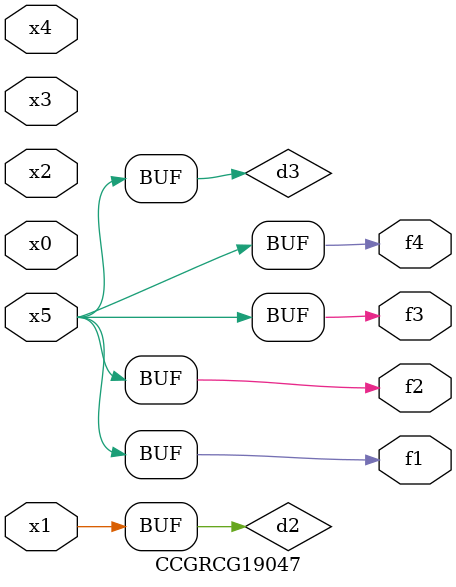
<source format=v>
module CCGRCG19047(
	input x0, x1, x2, x3, x4, x5,
	output f1, f2, f3, f4
);

	wire d1, d2, d3;

	not (d1, x5);
	or (d2, x1);
	xnor (d3, d1);
	assign f1 = d3;
	assign f2 = d3;
	assign f3 = d3;
	assign f4 = d3;
endmodule

</source>
